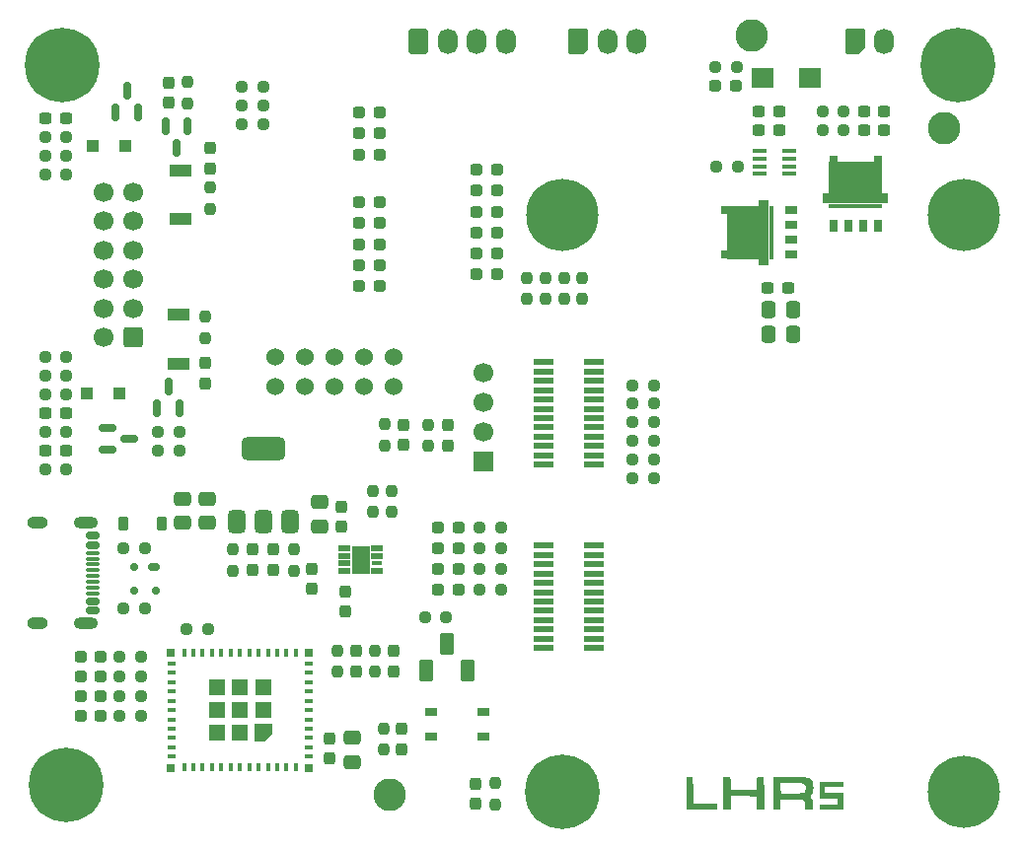
<source format=gbr>
%TF.GenerationSoftware,KiCad,Pcbnew,9.0.6*%
%TF.CreationDate,2026-01-06T17:47:25-06:00*%
%TF.ProjectId,VehicleControlUnit,56656869-636c-4654-936f-6e74726f6c55,rev?*%
%TF.SameCoordinates,Original*%
%TF.FileFunction,Soldermask,Top*%
%TF.FilePolarity,Negative*%
%FSLAX46Y46*%
G04 Gerber Fmt 4.6, Leading zero omitted, Abs format (unit mm)*
G04 Created by KiCad (PCBNEW 9.0.6) date 2026-01-06 17:47:25*
%MOMM*%
%LPD*%
G01*
G04 APERTURE LIST*
G04 Aperture macros list*
%AMRoundRect*
0 Rectangle with rounded corners*
0 $1 Rounding radius*
0 $2 $3 $4 $5 $6 $7 $8 $9 X,Y pos of 4 corners*
0 Add a 4 corners polygon primitive as box body*
4,1,4,$2,$3,$4,$5,$6,$7,$8,$9,$2,$3,0*
0 Add four circle primitives for the rounded corners*
1,1,$1+$1,$2,$3*
1,1,$1+$1,$4,$5*
1,1,$1+$1,$6,$7*
1,1,$1+$1,$8,$9*
0 Add four rect primitives between the rounded corners*
20,1,$1+$1,$2,$3,$4,$5,0*
20,1,$1+$1,$4,$5,$6,$7,0*
20,1,$1+$1,$6,$7,$8,$9,0*
20,1,$1+$1,$8,$9,$2,$3,0*%
%AMFreePoly0*
4,1,6,0.725000,-0.725000,-0.725000,-0.725000,-0.725000,0.125000,-0.125000,0.725000,0.725000,0.725000,0.725000,-0.725000,0.725000,-0.725000,$1*%
%AMFreePoly1*
4,1,22,0.945671,0.830970,1.026777,0.776777,1.080970,0.695671,1.100000,0.600000,1.100000,-0.600000,1.080970,-0.695671,1.026777,-0.776777,0.945671,-0.830970,0.850000,-0.850000,-0.450000,-0.850000,-0.545671,-0.830970,-0.626777,-0.776777,-1.026777,-0.376777,-1.080970,-0.295671,-1.100000,-0.200000,-1.100000,0.600000,-1.080970,0.695671,-1.026777,0.776777,-0.945671,0.830970,-0.850000,0.850000,
0.850000,0.850000,0.945671,0.830970,0.945671,0.830970,$1*%
%AMFreePoly2*
4,1,22,0.945671,0.830970,1.026777,0.776777,1.080970,0.695671,1.100000,0.600000,1.100000,-0.600000,1.080970,-0.695671,1.026777,-0.776777,0.945671,-0.830970,0.850000,-0.850000,-0.596447,-0.850000,-0.692118,-0.830970,-0.773224,-0.776777,-1.026777,-0.523224,-1.080970,-0.442118,-1.100000,-0.346447,-1.100000,0.600000,-1.080970,0.695671,-1.026777,0.776777,-0.945671,0.830970,-0.850000,0.850000,
0.850000,0.850000,0.945671,0.830970,0.945671,0.830970,$1*%
G04 Aperture macros list end*
%ADD10C,0.000000*%
%ADD11RoundRect,0.375000X0.375000X-0.625000X0.375000X0.625000X-0.375000X0.625000X-0.375000X-0.625000X0*%
%ADD12RoundRect,0.500000X1.400000X-0.500000X1.400000X0.500000X-1.400000X0.500000X-1.400000X-0.500000X0*%
%ADD13RoundRect,0.237500X0.237500X-0.250000X0.237500X0.250000X-0.237500X0.250000X-0.237500X-0.250000X0*%
%ADD14RoundRect,0.237500X0.287500X0.237500X-0.287500X0.237500X-0.287500X-0.237500X0.287500X-0.237500X0*%
%ADD15RoundRect,0.237500X-0.237500X0.250000X-0.237500X-0.250000X0.237500X-0.250000X0.237500X0.250000X0*%
%ADD16R,1.800000X0.550000*%
%ADD17C,3.600000*%
%ADD18C,6.400000*%
%ADD19C,6.200000*%
%ADD20RoundRect,0.237500X-0.237500X0.287500X-0.237500X-0.287500X0.237500X-0.287500X0.237500X0.287500X0*%
%ADD21RoundRect,0.237500X0.237500X-0.300000X0.237500X0.300000X-0.237500X0.300000X-0.237500X-0.300000X0*%
%ADD22RoundRect,0.237500X0.250000X0.237500X-0.250000X0.237500X-0.250000X-0.237500X0.250000X-0.237500X0*%
%ADD23C,2.800000*%
%ADD24RoundRect,0.237500X-0.287500X-0.237500X0.287500X-0.237500X0.287500X0.237500X-0.287500X0.237500X0*%
%ADD25RoundRect,0.150000X-0.425000X0.150000X-0.425000X-0.150000X0.425000X-0.150000X0.425000X0.150000X0*%
%ADD26RoundRect,0.075000X-0.500000X0.075000X-0.500000X-0.075000X0.500000X-0.075000X0.500000X0.075000X0*%
%ADD27O,2.100000X1.000000*%
%ADD28O,1.800000X1.000000*%
%ADD29RoundRect,0.237500X-0.250000X-0.237500X0.250000X-0.237500X0.250000X0.237500X-0.250000X0.237500X0*%
%ADD30R,1.970000X1.670000*%
%ADD31R,1.000000X0.750000*%
%ADD32C,1.524000*%
%ADD33RoundRect,0.102000X-0.500000X-0.800000X0.500000X-0.800000X0.500000X0.800000X-0.500000X0.800000X0*%
%ADD34RoundRect,0.250000X0.600000X0.600000X-0.600000X0.600000X-0.600000X-0.600000X0.600000X-0.600000X0*%
%ADD35C,1.700000*%
%ADD36R,1.890000X1.140000*%
%ADD37RoundRect,0.237500X-0.300000X-0.237500X0.300000X-0.237500X0.300000X0.237500X-0.300000X0.237500X0*%
%ADD38R,0.800000X0.400000*%
%ADD39R,0.400000X0.800000*%
%ADD40FreePoly0,180.000000*%
%ADD41R,1.450000X1.450000*%
%ADD42R,0.700000X0.700000*%
%ADD43RoundRect,0.250000X-0.337500X-0.475000X0.337500X-0.475000X0.337500X0.475000X-0.337500X0.475000X0*%
%ADD44RoundRect,0.065000X0.465000X0.195000X-0.465000X0.195000X-0.465000X-0.195000X0.465000X-0.195000X0*%
%ADD45RoundRect,0.040000X0.390000X0.120000X-0.390000X0.120000X-0.390000X-0.120000X0.390000X-0.120000X0*%
%ADD46RoundRect,0.065500X0.466500X0.196500X-0.466500X0.196500X-0.466500X-0.196500X0.466500X-0.196500X0*%
%ADD47R,1.650000X2.400000*%
%ADD48RoundRect,0.150000X0.150000X-0.587500X0.150000X0.587500X-0.150000X0.587500X-0.150000X-0.587500X0*%
%ADD49RoundRect,0.250000X0.600000X-0.850000X0.600000X0.850000X-0.600000X0.850000X-0.600000X-0.850000X0*%
%ADD50O,1.700000X2.200000*%
%ADD51FreePoly1,90.000000*%
%ADD52R,0.480000X0.750000*%
%ADD53R,2.720000X4.560000*%
%ADD54R,0.910000X5.560000*%
%ADD55R,0.420000X4.560000*%
%ADD56RoundRect,0.250000X0.475000X-0.337500X0.475000X0.337500X-0.475000X0.337500X-0.475000X-0.337500X0*%
%ADD57R,1.200000X0.450000*%
%ADD58RoundRect,0.237500X-0.237500X0.300000X-0.237500X-0.300000X0.237500X-0.300000X0.237500X0.300000X0*%
%ADD59RoundRect,0.237500X0.237500X-0.287500X0.237500X0.287500X-0.237500X0.287500X-0.237500X-0.287500X0*%
%ADD60RoundRect,0.225000X0.225000X0.375000X-0.225000X0.375000X-0.225000X-0.375000X0.225000X-0.375000X0*%
%ADD61RoundRect,0.250000X-0.475000X0.337500X-0.475000X-0.337500X0.475000X-0.337500X0.475000X0.337500X0*%
%ADD62RoundRect,0.150000X-0.150000X0.587500X-0.150000X-0.587500X0.150000X-0.587500X0.150000X0.587500X0*%
%ADD63RoundRect,0.250000X-0.300000X-0.300000X0.300000X-0.300000X0.300000X0.300000X-0.300000X0.300000X0*%
%ADD64RoundRect,0.175000X-0.325000X0.175000X-0.325000X-0.175000X0.325000X-0.175000X0.325000X0.175000X0*%
%ADD65RoundRect,0.150000X-0.150000X0.200000X-0.150000X-0.200000X0.150000X-0.200000X0.150000X0.200000X0*%
%ADD66FreePoly2,90.000000*%
%ADD67RoundRect,0.150000X-0.587500X-0.150000X0.587500X-0.150000X0.587500X0.150000X-0.587500X0.150000X0*%
%ADD68R,0.750000X1.000000*%
%ADD69R,0.750000X0.480000*%
%ADD70R,4.560000X2.720000*%
%ADD71R,5.560000X0.910000*%
%ADD72R,4.560000X0.420000*%
%ADD73R,1.700000X1.700000*%
G04 APERTURE END LIST*
D10*
%TO.C,LOGO2*%
G36*
X168103608Y-137274434D02*
G01*
X168128807Y-138408362D01*
X169149342Y-138422005D01*
X170169878Y-138435648D01*
X170169878Y-138686588D01*
X170169878Y-138937529D01*
X168833565Y-138937529D01*
X167497252Y-138937529D01*
X167510648Y-137539017D01*
X167524045Y-136140505D01*
X167801227Y-136140505D01*
X168078410Y-136140505D01*
X168103608Y-137274434D01*
G37*
G36*
X180968687Y-136787727D02*
G01*
X180968687Y-137014513D01*
X180187536Y-137014513D01*
X179406385Y-137014513D01*
X179406385Y-137266497D01*
X179406385Y-137518481D01*
X180187536Y-137518481D01*
X180968687Y-137518481D01*
X180968687Y-138224037D01*
X180968687Y-138929592D01*
X179960750Y-138929592D01*
X178952814Y-138929592D01*
X178952814Y-138702807D01*
X178952814Y-138476021D01*
X179733965Y-138476021D01*
X180515115Y-138476021D01*
X180515115Y-138224037D01*
X180515115Y-137972053D01*
X179733965Y-137972053D01*
X178952814Y-137972053D01*
X178952814Y-137266497D01*
X178952814Y-136560942D01*
X179960750Y-136560942D01*
X180968687Y-136560942D01*
X180968687Y-136787727D01*
G37*
G36*
X173979642Y-136124399D02*
G01*
X174176426Y-136140505D01*
X174189822Y-137539017D01*
X174203218Y-138937529D01*
X173876492Y-138937529D01*
X173549766Y-138937529D01*
X173535517Y-138370565D01*
X173521267Y-137803600D01*
X172426796Y-137790023D01*
X171332324Y-137776445D01*
X171318065Y-138344388D01*
X171303807Y-138912330D01*
X170988025Y-138927355D01*
X170672243Y-138942380D01*
X170685644Y-137541443D01*
X170699045Y-136140505D01*
X170955505Y-136125554D01*
X171154604Y-136130390D01*
X171263177Y-136172949D01*
X171268542Y-136178773D01*
X171294089Y-136256102D01*
X171316865Y-136408772D01*
X171333690Y-136611330D01*
X171339661Y-136748090D01*
X171354203Y-137249235D01*
X172437735Y-137249235D01*
X173521267Y-137249235D01*
X173535566Y-136708003D01*
X173544875Y-136450084D01*
X173564585Y-136277308D01*
X173606595Y-136174038D01*
X173682804Y-136124634D01*
X173805112Y-136113459D01*
X173979642Y-136124399D01*
G37*
G36*
X176209203Y-136120409D02*
G01*
X176532331Y-136124253D01*
X177000539Y-136132722D01*
X177378469Y-136145398D01*
X177676637Y-136166385D01*
X177905558Y-136199786D01*
X178075748Y-136249707D01*
X178197722Y-136320250D01*
X178281996Y-136415521D01*
X178339086Y-136539623D01*
X178379507Y-136696661D01*
X178408166Y-136856385D01*
X178418595Y-137058843D01*
X178395002Y-137281334D01*
X178344509Y-137489877D01*
X178274236Y-137650495D01*
X178230185Y-137705689D01*
X178165944Y-137771605D01*
X178166111Y-137823911D01*
X178233102Y-137904101D01*
X178242313Y-137913914D01*
X178298377Y-137988880D01*
X178335044Y-138086304D01*
X178358130Y-138231163D01*
X178373448Y-138448434D01*
X178375252Y-138484958D01*
X178396890Y-138937529D01*
X178063146Y-138937529D01*
X177729402Y-138937529D01*
X177729402Y-138641944D01*
X177717156Y-138435242D01*
X177674712Y-138291880D01*
X177624950Y-138213571D01*
X177520499Y-138080783D01*
X176566617Y-138080783D01*
X175612735Y-138080783D01*
X175612735Y-138509156D01*
X175612735Y-138937529D01*
X175285156Y-138937529D01*
X174957576Y-138937529D01*
X174957576Y-137552576D01*
X174957576Y-137089645D01*
X174957576Y-136669672D01*
X175612735Y-136669672D01*
X175612735Y-137089645D01*
X175617002Y-137287182D01*
X175628356Y-137444903D01*
X175644630Y-137536541D01*
X175650533Y-137547628D01*
X175710633Y-137558728D01*
X175855058Y-137566733D01*
X176067378Y-137571290D01*
X176331159Y-137572048D01*
X176629972Y-137568655D01*
X176631533Y-137568627D01*
X176968296Y-137561536D01*
X177218779Y-137553139D01*
X177397495Y-137541933D01*
X177518955Y-137526414D01*
X177597673Y-137505080D01*
X177648163Y-137476426D01*
X177664667Y-137461622D01*
X177730009Y-137343491D01*
X177754221Y-137152026D01*
X177754600Y-137116991D01*
X177744605Y-136947658D01*
X177706224Y-136840725D01*
X177635624Y-136766013D01*
X177585534Y-136732075D01*
X177521237Y-136707130D01*
X177427628Y-136689816D01*
X177289602Y-136678776D01*
X177092054Y-136672652D01*
X176819878Y-136670083D01*
X176564692Y-136669672D01*
X175612735Y-136669672D01*
X174957576Y-136669672D01*
X174957576Y-136167624D01*
X175083422Y-136136038D01*
X175166578Y-136128255D01*
X175335619Y-136122679D01*
X175575661Y-136119432D01*
X175871818Y-136118635D01*
X176209203Y-136120409D01*
G37*
%TD*%
D11*
%TO.C,U3*%
X128940000Y-114225000D03*
X131240000Y-114225000D03*
D12*
X131240000Y-107925000D03*
D11*
X133540000Y-114225000D03*
%TD*%
D13*
%TO.C,R44*%
X153800000Y-95112500D03*
X153800000Y-93287500D03*
%TD*%
D14*
%TO.C,LV20*%
X151250000Y-84000000D03*
X149500000Y-84000000D03*
%TD*%
D15*
%TO.C,R7*%
X137600000Y-125287500D03*
X137600000Y-127112500D03*
%TD*%
D16*
%TO.C,U1*%
X159590001Y-109326010D03*
X155290060Y-109326011D03*
X159590060Y-108526011D03*
X155289999Y-108526011D03*
X159590060Y-107726011D03*
X155289999Y-107726010D03*
X159590060Y-106926011D03*
X155289999Y-106926012D03*
X159590060Y-106126011D03*
X155289999Y-106126011D03*
X159590060Y-105326011D03*
X155289999Y-105326013D03*
X159590060Y-104526011D03*
X155289999Y-104526012D03*
X159590060Y-103726011D03*
X155289999Y-103726011D03*
X159590001Y-102926012D03*
X155289999Y-102926012D03*
X159590001Y-102126012D03*
X155289999Y-102126012D03*
X159590001Y-101326013D03*
X155289999Y-101326013D03*
X159590001Y-100526012D03*
X155289999Y-100526012D03*
X159540001Y-125079988D03*
X155239999Y-125079988D03*
X159540001Y-124279989D03*
X155239999Y-124279989D03*
X159540001Y-123479988D03*
X155239999Y-123479988D03*
X159540001Y-122679990D03*
X155239999Y-122679990D03*
X159540001Y-121879989D03*
X155239999Y-121879989D03*
X159540001Y-121079991D03*
X155239999Y-121079991D03*
X159540001Y-120279990D03*
X155239999Y-120279990D03*
X159540001Y-119479989D03*
X155239999Y-119479989D03*
X159540001Y-118679990D03*
X155239999Y-118679990D03*
X159540001Y-117879990D03*
X155239999Y-117879990D03*
X159540001Y-117079991D03*
X155239999Y-117079991D03*
X159540001Y-116279990D03*
X155239999Y-116279990D03*
D17*
X156840000Y-137390000D03*
D18*
X156840000Y-137390000D03*
D17*
X156840000Y-87890000D03*
D19*
X156840000Y-87890000D03*
D17*
X191340000Y-87890000D03*
D19*
X191340000Y-87890000D03*
D17*
X191340000Y-137390000D03*
D19*
X191340000Y-137390000D03*
%TD*%
D20*
%TO.C,D6*%
X132100000Y-116625000D03*
X132100000Y-118375000D03*
%TD*%
D21*
%TO.C,C22*%
X147065000Y-107687500D03*
X147065000Y-105962500D03*
%TD*%
D22*
%TO.C,R37*%
X151612500Y-118300000D03*
X149787500Y-118300000D03*
%TD*%
D23*
%TO.C,24V_TP1*%
X173160000Y-72510000D03*
%TD*%
D14*
%TO.C,LV11*%
X147975000Y-116500000D03*
X146225000Y-116500000D03*
%TD*%
D24*
%TO.C,LV4*%
X115525000Y-130900000D03*
X117275000Y-130900000D03*
%TD*%
D14*
%TO.C,LV14*%
X141175000Y-92200000D03*
X139425000Y-92200000D03*
%TD*%
D25*
%TO.C,J6*%
X116545000Y-115445000D03*
X116545000Y-116245000D03*
D26*
X116545000Y-117395000D03*
X116545000Y-118395000D03*
X116545000Y-118895000D03*
X116545000Y-119895000D03*
D25*
X116545000Y-121045000D03*
X116545000Y-121845000D03*
X116545000Y-121845000D03*
X116545000Y-121045000D03*
D26*
X116545000Y-120395000D03*
X116545000Y-119395000D03*
X116545000Y-117895000D03*
X116545000Y-116895000D03*
D25*
X116545000Y-116245000D03*
X116545000Y-115445000D03*
D27*
X115970000Y-114325000D03*
X115970000Y-122965000D03*
D28*
X111790000Y-122965000D03*
X111790000Y-114325000D03*
%TD*%
D14*
%TO.C,LV13*%
X141175000Y-94000000D03*
X139425000Y-94000000D03*
%TD*%
D29*
%TO.C,R52*%
X162887500Y-110500000D03*
X164712500Y-110500000D03*
%TD*%
D14*
%TO.C,LV23*%
X141175000Y-79100000D03*
X139425000Y-79100000D03*
%TD*%
D29*
%TO.C,R23*%
X122187500Y-108100000D03*
X124012500Y-108100000D03*
%TD*%
%TO.C,R48*%
X162887500Y-107300000D03*
X164712500Y-107300000D03*
%TD*%
D22*
%TO.C,R17*%
X114312500Y-84400000D03*
X112487500Y-84400000D03*
%TD*%
D30*
%TO.C,D11*%
X178075000Y-76150000D03*
X174025000Y-76150000D03*
%TD*%
D13*
%TO.C,R45*%
X157000000Y-95112500D03*
X157000000Y-93287500D03*
%TD*%
D29*
%TO.C,R8*%
X124637500Y-123425000D03*
X126462500Y-123425000D03*
%TD*%
D14*
%TO.C,LV15*%
X141175000Y-82700000D03*
X139425000Y-82700000D03*
%TD*%
D31*
%TO.C,SW1*%
X145610000Y-132695000D03*
X150110000Y-132695000D03*
X145610000Y-130545000D03*
X150110000Y-130545000D03*
%TD*%
D32*
%TO.C,J2*%
X142360000Y-102607000D03*
X142360000Y-100067000D03*
X139820000Y-102607000D03*
X139820000Y-100067000D03*
X137280000Y-102607000D03*
X137280000Y-100067000D03*
X134740000Y-102607000D03*
X134740000Y-100067000D03*
X132200000Y-102607000D03*
X132200000Y-100067000D03*
%TD*%
D22*
%TO.C,R20*%
X120712500Y-129200000D03*
X118887500Y-129200000D03*
%TD*%
D14*
%TO.C,LV8*%
X147975000Y-120100000D03*
X146225000Y-120100000D03*
%TD*%
D22*
%TO.C,R39*%
X151612500Y-114700000D03*
X149787500Y-114700000D03*
%TD*%
D33*
%TO.C,SW2*%
X145220000Y-126990000D03*
X146970000Y-124690000D03*
X148720000Y-126990000D03*
%TD*%
D13*
%TO.C,R51*%
X145385000Y-107737500D03*
X145385000Y-105912500D03*
%TD*%
D14*
%TO.C,LV12*%
X147975000Y-114700000D03*
X146225000Y-114700000D03*
%TD*%
%TO.C,LVPWR1*%
X171775000Y-76800000D03*
X170025000Y-76800000D03*
%TD*%
%TO.C,LV17*%
X151250000Y-93000000D03*
X149500000Y-93000000D03*
%TD*%
D20*
%TO.C,D5*%
X130320000Y-116625000D03*
X130320000Y-118375000D03*
%TD*%
D14*
%TO.C,LV7*%
X141175000Y-88600000D03*
X139425000Y-88600000D03*
%TD*%
D23*
%TO.C,3V1*%
X142085000Y-137650000D03*
%TD*%
D13*
%TO.C,R50*%
X141625000Y-107662500D03*
X141625000Y-105837500D03*
%TD*%
D34*
%TO.C,J1*%
X120000000Y-98400000D03*
D35*
X120000000Y-95900000D03*
X120000000Y-93400000D03*
X120000000Y-90900000D03*
X120000000Y-88400000D03*
X120000000Y-85900000D03*
X117500000Y-98400000D03*
X117500000Y-95900000D03*
X117500000Y-93400000D03*
X117500000Y-90900000D03*
X117500000Y-88400000D03*
X117500000Y-85900000D03*
%TD*%
D36*
%TO.C,D10*%
X123950000Y-96450000D03*
X123950000Y-100650000D03*
%TD*%
D37*
%TO.C,C15*%
X182737500Y-79000000D03*
X184462500Y-79000000D03*
%TD*%
D22*
%TO.C,R28*%
X181012500Y-79000000D03*
X179187500Y-79000000D03*
%TD*%
D38*
%TO.C,U4*%
X135097336Y-134400000D03*
X135097336Y-133600000D03*
X135097336Y-132800000D03*
X135097336Y-132000000D03*
X135097336Y-131200000D03*
X135097336Y-130400000D03*
X135097336Y-129600000D03*
X135097336Y-128800000D03*
X135097336Y-128000000D03*
X135097336Y-127200000D03*
X135097336Y-126400000D03*
D39*
X133997336Y-125500000D03*
X133197336Y-125500000D03*
X132397336Y-125500000D03*
X131597336Y-125500000D03*
X130797336Y-125500000D03*
X129997336Y-125500000D03*
X129197336Y-125500000D03*
X128397336Y-125500000D03*
X127597336Y-125500000D03*
X126797336Y-125500000D03*
X125997336Y-125500000D03*
X125197336Y-125500000D03*
X124397336Y-125500000D03*
D38*
X123297336Y-126400000D03*
X123297336Y-127200000D03*
X123297336Y-128000000D03*
X123297336Y-128800000D03*
X123297336Y-129600000D03*
X123297336Y-130400000D03*
X123297336Y-131200000D03*
X123297336Y-132000000D03*
X123297336Y-132800000D03*
X123297336Y-133600000D03*
X123297336Y-134400000D03*
D39*
X124397336Y-135300000D03*
X125197336Y-135300000D03*
X125997336Y-135300000D03*
X126797336Y-135300000D03*
X127597336Y-135300000D03*
X128397336Y-135300000D03*
X129197336Y-135300000D03*
X129997336Y-135300000D03*
X130797336Y-135300000D03*
X131597336Y-135300000D03*
X132397336Y-135300000D03*
X133197336Y-135300000D03*
X133997336Y-135300000D03*
D40*
X131172336Y-132375000D03*
D41*
X131172336Y-130400000D03*
X131172336Y-128425000D03*
X129197336Y-132375000D03*
X129197336Y-130400000D03*
X129197336Y-128425000D03*
X127222336Y-132375000D03*
X127222336Y-130400000D03*
X127222336Y-128425000D03*
D42*
X123247336Y-135350000D03*
X123247336Y-125450000D03*
X135147336Y-125450000D03*
X135147336Y-135350000D03*
%TD*%
D43*
%TO.C,C18*%
X174562500Y-98100000D03*
X176637500Y-98100000D03*
%TD*%
D17*
%TO.C,H1*%
X113900000Y-75000000D03*
D18*
X113900000Y-75000000D03*
%TD*%
D14*
%TO.C,LV6*%
X141175000Y-90400000D03*
X139425000Y-90400000D03*
%TD*%
D22*
%TO.C,R24*%
X114312500Y-103300000D03*
X112487500Y-103300000D03*
%TD*%
D14*
%TO.C,LV5*%
X141175000Y-86800000D03*
X139425000Y-86800000D03*
%TD*%
D13*
%TO.C,R36*%
X155400000Y-95112500D03*
X155400000Y-93287500D03*
%TD*%
D20*
%TO.C,D7*%
X139150000Y-125325000D03*
X139150000Y-127075000D03*
%TD*%
D44*
%TO.C,U2*%
X140990000Y-118460000D03*
D45*
X140990000Y-117810000D03*
D46*
X140990000Y-117160000D03*
X140990000Y-116510000D03*
X138120000Y-116510000D03*
X138120000Y-117160000D03*
X138120000Y-117810000D03*
X138120000Y-118460000D03*
D47*
X139555000Y-117485000D03*
%TD*%
D48*
%TO.C,Q1*%
X118542842Y-79108579D03*
X120442842Y-79108579D03*
X119492842Y-77233579D03*
%TD*%
D49*
%TO.C,J4*%
X144530000Y-72990000D03*
D50*
X147030000Y-72990000D03*
X149530000Y-72990000D03*
X152030000Y-72990000D03*
%TD*%
D21*
%TO.C,C21*%
X143245000Y-107637500D03*
X143245000Y-105912500D03*
%TD*%
D24*
%TO.C,LV3*%
X115525000Y-129200000D03*
X117275000Y-129200000D03*
%TD*%
D14*
%TO.C,LV16*%
X141175000Y-80900000D03*
X139425000Y-80900000D03*
%TD*%
%TO.C,LV19*%
X151250000Y-87600000D03*
X149500000Y-87600000D03*
%TD*%
%TO.C,LV18*%
X151250000Y-89400000D03*
X149500000Y-89400000D03*
%TD*%
D51*
%TO.C,J7*%
X182000000Y-73000000D03*
D50*
X184500000Y-73000000D03*
%TD*%
D22*
%TO.C,R38*%
X151612500Y-116500000D03*
X149787500Y-116500000D03*
%TD*%
D31*
%TO.C,Q6*%
X176525000Y-91300000D03*
X176525000Y-90030000D03*
X176525000Y-88760000D03*
X176525000Y-87490000D03*
D52*
X170765000Y-87490000D03*
X170765000Y-91300000D03*
D53*
X172365000Y-89395000D03*
D54*
X174180000Y-89395000D03*
D55*
X174845000Y-89395000D03*
%TD*%
D29*
%TO.C,R33*%
X162887500Y-102500000D03*
X164712500Y-102500000D03*
%TD*%
%TO.C,R47*%
X162887500Y-108900000D03*
X164712500Y-108900000D03*
%TD*%
%TO.C,R10*%
X145087500Y-122400000D03*
X146912500Y-122400000D03*
%TD*%
D37*
%TO.C,C20*%
X182737500Y-80600000D03*
X184462500Y-80600000D03*
%TD*%
D15*
%TO.C,R49*%
X151100000Y-136687500D03*
X151100000Y-138512500D03*
%TD*%
D22*
%TO.C,R31*%
X171812500Y-75150000D03*
X169987500Y-75150000D03*
%TD*%
D56*
%TO.C,C3*%
X126400000Y-114337500D03*
X126400000Y-112262500D03*
%TD*%
D15*
%TO.C,R9*%
X140790000Y-125277500D03*
X140790000Y-127102500D03*
%TD*%
D29*
%TO.C,R42*%
X129387500Y-76900000D03*
X131212500Y-76900000D03*
%TD*%
D57*
%TO.C,IC1*%
X176330000Y-84350000D03*
X176330000Y-83700000D03*
X176330000Y-83050000D03*
X176330000Y-82400000D03*
X173830000Y-82400000D03*
X173830000Y-83050000D03*
X173830000Y-83700000D03*
X173830000Y-84350000D03*
%TD*%
D37*
%TO.C,C14*%
X173737500Y-79000000D03*
X175462500Y-79000000D03*
%TD*%
D13*
%TO.C,R46*%
X158600000Y-95112500D03*
X158600000Y-93287500D03*
%TD*%
D48*
%TO.C,Q4*%
X122100000Y-104497500D03*
X124000000Y-104497500D03*
X123050000Y-102622500D03*
%TD*%
D37*
%TO.C,C19*%
X174507500Y-94150000D03*
X176232500Y-94150000D03*
%TD*%
D15*
%TO.C,R2*%
X142250000Y-111587500D03*
X142250000Y-113412500D03*
%TD*%
D14*
%TO.C,LV21*%
X151250000Y-85800000D03*
X149500000Y-85800000D03*
%TD*%
D37*
%TO.C,C11*%
X112522500Y-79585000D03*
X114247500Y-79585000D03*
%TD*%
D22*
%TO.C,R35*%
X151612500Y-120100000D03*
X149787500Y-120100000D03*
%TD*%
D29*
%TO.C,R34*%
X162887500Y-104100000D03*
X164712500Y-104100000D03*
%TD*%
%TO.C,R26*%
X112487500Y-100100000D03*
X114312500Y-100100000D03*
%TD*%
D20*
%TO.C,D8*%
X142385000Y-125325000D03*
X142385000Y-127075000D03*
%TD*%
D22*
%TO.C,R30*%
X171912500Y-83700000D03*
X170087500Y-83700000D03*
%TD*%
D37*
%TO.C,C16*%
X173737500Y-80600000D03*
X175462500Y-80600000D03*
%TD*%
D29*
%TO.C,R15*%
X112487500Y-81200000D03*
X114312500Y-81200000D03*
%TD*%
D58*
%TO.C,C9*%
X143100000Y-132037500D03*
X143100000Y-133762500D03*
%TD*%
D37*
%TO.C,C13*%
X112537500Y-104900000D03*
X114262500Y-104900000D03*
%TD*%
D29*
%TO.C,R3*%
X119187500Y-116500000D03*
X121012500Y-116500000D03*
%TD*%
D15*
%TO.C,R14*%
X126600000Y-85537500D03*
X126600000Y-87362500D03*
%TD*%
D59*
%TO.C,LV22*%
X149400000Y-138475000D03*
X149400000Y-136725000D03*
%TD*%
D22*
%TO.C,R19*%
X120712500Y-127500000D03*
X118887500Y-127500000D03*
%TD*%
D13*
%TO.C,R25*%
X126230000Y-98442500D03*
X126230000Y-96617500D03*
%TD*%
D29*
%TO.C,R40*%
X112487500Y-106500000D03*
X114312500Y-106500000D03*
%TD*%
D60*
%TO.C,D3*%
X122450000Y-114400000D03*
X119150000Y-114400000D03*
%TD*%
D61*
%TO.C,C8*%
X138800000Y-132762500D03*
X138800000Y-134837500D03*
%TD*%
D62*
%TO.C,Q2*%
X124725000Y-80287500D03*
X122825000Y-80287500D03*
X123775000Y-82162500D03*
%TD*%
D63*
%TO.C,D2*%
X116600000Y-82000000D03*
X119400000Y-82000000D03*
%TD*%
D29*
%TO.C,R13*%
X129387500Y-80100000D03*
X131212500Y-80100000D03*
%TD*%
D13*
%TO.C,R1*%
X140650000Y-113412500D03*
X140650000Y-111587500D03*
%TD*%
D21*
%TO.C,C2*%
X137900000Y-114662500D03*
X137900000Y-112937500D03*
%TD*%
D22*
%TO.C,R29*%
X181012500Y-80600000D03*
X179187500Y-80600000D03*
%TD*%
D15*
%TO.C,R6*%
X133800000Y-116587500D03*
X133800000Y-118412500D03*
%TD*%
D58*
%TO.C,C7*%
X136900000Y-132837500D03*
X136900000Y-134562500D03*
%TD*%
D64*
%TO.C,D4*%
X121800000Y-118150000D03*
D65*
X120100000Y-118150000D03*
X120100000Y-120150000D03*
X122000000Y-120150000D03*
%TD*%
D24*
%TO.C,LV2*%
X115525000Y-127500000D03*
X117275000Y-127500000D03*
%TD*%
D56*
%TO.C,C4*%
X136000000Y-114637500D03*
X136000000Y-112562500D03*
%TD*%
D66*
%TO.C,J5*%
X158250000Y-73000000D03*
D50*
X160750000Y-73000000D03*
X163250000Y-73000000D03*
%TD*%
D22*
%TO.C,R22*%
X114312500Y-109700000D03*
X112487500Y-109700000D03*
%TD*%
D36*
%TO.C,D9*%
X124100000Y-88250000D03*
X124100000Y-84050000D03*
%TD*%
D37*
%TO.C,C12*%
X112537500Y-108100000D03*
X114262500Y-108100000D03*
%TD*%
D67*
%TO.C,Q3*%
X117860631Y-106161367D03*
X117860631Y-108061367D03*
X119735631Y-107111367D03*
%TD*%
D29*
%TO.C,R4*%
X119187500Y-121700000D03*
X121012500Y-121700000D03*
%TD*%
D58*
%TO.C,C1*%
X138200000Y-120237500D03*
X138200000Y-121962500D03*
%TD*%
D21*
%TO.C,C10*%
X123100000Y-78262500D03*
X123100000Y-76537500D03*
%TD*%
D20*
%TO.C,Con1*%
X126600000Y-82125000D03*
X126600000Y-83875000D03*
%TD*%
D22*
%TO.C,R27*%
X114312500Y-101700000D03*
X112487500Y-101700000D03*
%TD*%
D29*
%TO.C,R18*%
X112487500Y-82800000D03*
X114312500Y-82800000D03*
%TD*%
%TO.C,R41*%
X122187500Y-106500000D03*
X124012500Y-106500000D03*
%TD*%
%TO.C,R43*%
X129387500Y-78500000D03*
X131212500Y-78500000D03*
%TD*%
D15*
%TO.C,R5*%
X128600000Y-116587500D03*
X128600000Y-118412500D03*
%TD*%
D63*
%TO.C,D1*%
X116050000Y-103250000D03*
X118850000Y-103250000D03*
%TD*%
D68*
%TO.C,Q5*%
X180125000Y-88790000D03*
X181395000Y-88790000D03*
X182665000Y-88790000D03*
X183935000Y-88790000D03*
D69*
X183935000Y-83030000D03*
X180125000Y-83030000D03*
D70*
X182030000Y-84630000D03*
D71*
X182030000Y-86445000D03*
D72*
X182030000Y-87110000D03*
%TD*%
D43*
%TO.C,C17*%
X174562500Y-96000000D03*
X176637500Y-96000000D03*
%TD*%
D22*
%TO.C,R21*%
X120712500Y-130900000D03*
X118887500Y-130900000D03*
%TD*%
D59*
%TO.C,Con2*%
X126220000Y-102335000D03*
X126220000Y-100585000D03*
%TD*%
D22*
%TO.C,R16*%
X120712500Y-125800000D03*
X118887500Y-125800000D03*
%TD*%
D73*
%TO.C,J3*%
X150100000Y-109080000D03*
D35*
X150100000Y-106540000D03*
X150100000Y-104000000D03*
X150100000Y-101460000D03*
%TD*%
D24*
%TO.C,LV1*%
X115525000Y-125800000D03*
X117275000Y-125800000D03*
%TD*%
D15*
%TO.C,R11*%
X141500000Y-131987500D03*
X141500000Y-133812500D03*
%TD*%
D56*
%TO.C,C5*%
X124300000Y-114337500D03*
X124300000Y-112262500D03*
%TD*%
D14*
%TO.C,LV10*%
X147975000Y-118300000D03*
X146225000Y-118300000D03*
%TD*%
D17*
%TO.C,H3*%
X114250000Y-136800000D03*
D18*
X114250000Y-136800000D03*
%TD*%
D14*
%TO.C,LV9*%
X151250000Y-91200000D03*
X149500000Y-91200000D03*
%TD*%
D29*
%TO.C,R32*%
X162887500Y-105700000D03*
X164712500Y-105700000D03*
%TD*%
D23*
%TO.C,LVGND_TP1*%
X189650000Y-80400000D03*
%TD*%
D58*
%TO.C,C6*%
X135370000Y-118277500D03*
X135370000Y-120002500D03*
%TD*%
D15*
%TO.C,R12*%
X124700000Y-76487500D03*
X124700000Y-78312500D03*
%TD*%
D17*
%TO.C,H2*%
X190850000Y-75000000D03*
D18*
X190850000Y-75000000D03*
%TD*%
M02*

</source>
